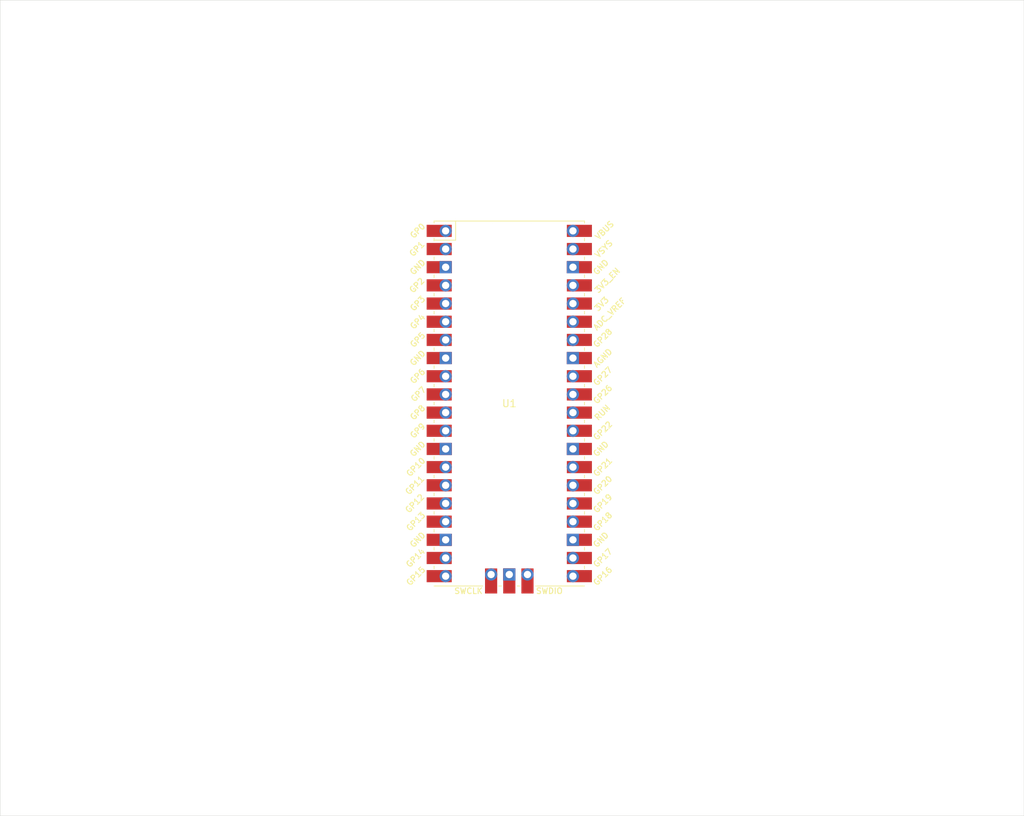
<source format=kicad_pcb>
(kicad_pcb (version 20240108) (generator "pcbnew") (generator_version "8.0")
  (layers (0 "F.Cu" signal) (31 "B.Cu" signal) (34 "B.Paste" user) (35 "F.Paste" user) (36 "B.SilkS" user "B.Silkscreen") (37 "F.SilkS" user "F.Silkscreen") (38 "B.Mask" user) (39 "F.Mask" user) (44 "Edge.Cuts" user))
  (net 0 "")
  (footprint "KiCad-RP-Pico:RPi_Pico_SMD_TH" (layer "F.Cu") (at 152.11 98.87)
    (property "Reference" "U1" (at 0 0 0) (layer "F.SilkS"))
    (property "Value" "Pico")
    (fp_line (start -10.5 -25.5) (end -10.5 -25.2) (stroke (width 0.12)) (layer "F.SilkS"))
    (fp_line (start -10.5 -25.5) (end 10.5 -25.5) (stroke (width 0.12)) (layer "F.SilkS"))
    (fp_line (start -10.5 -23.1) (end -10.5 -22.7) (stroke (width 0.12)) (layer "F.SilkS"))
    (fp_line (start -10.5 -22.833) (end -7.493 -22.833) (stroke (width 0.12)) (layer "F.SilkS"))
    (fp_line (start -10.5 -20.5) (end -10.5 -20.1) (stroke (width 0.12)) (layer "F.SilkS"))
    (fp_line (start -10.5 -18) (end -10.5 -17.6) (stroke (width 0.12)) (layer "F.SilkS"))
    (fp_line (start -10.5 -15.4) (end -10.5 -15) (stroke (width 0.12)) (layer "F.SilkS"))
    (fp_line (start -10.5 -12.9) (end -10.5 -12.5) (stroke (width 0.12)) (layer "F.SilkS"))
    (fp_line (start -10.5 -10.4) (end -10.5 -10) (stroke (width 0.12)) (layer "F.SilkS"))
    (fp_line (start -10.5 -7.8) (end -10.5 -7.4) (stroke (width 0.12)) (layer "F.SilkS"))
    (fp_line (start -10.5 -5.3) (end -10.5 -4.9) (stroke (width 0.12)) (layer "F.SilkS"))
    (fp_line (start -10.5 -2.7) (end -10.5 -2.3) (stroke (width 0.12)) (layer "F.SilkS"))
    (fp_line (start -10.5 -0.2) (end -10.5 0.2) (stroke (width 0.12)) (layer "F.SilkS"))
    (fp_line (start -10.5 2.3) (end -10.5 2.7) (stroke (width 0.12)) (layer "F.SilkS"))
    (fp_line (start -10.5 4.9) (end -10.5 5.3) (stroke (width 0.12)) (layer "F.SilkS"))
    (fp_line (start -10.5 7.4) (end -10.5 7.8) (stroke (width 0.12)) (layer "F.SilkS"))
    (fp_line (start -10.5 10) (end -10.5 10.4) (stroke (width 0.12)) (layer "F.SilkS"))
    (fp_line (start -10.5 12.5) (end -10.5 12.9) (stroke (width 0.12)) (layer "F.SilkS"))
    (fp_line (start -10.5 15.1) (end -10.5 15.5) (stroke (width 0.12)) (layer "F.SilkS"))
    (fp_line (start -10.5 17.6) (end -10.5 18) (stroke (width 0.12)) (layer "F.SilkS"))
    (fp_line (start -10.5 20.1) (end -10.5 20.5) (stroke (width 0.12)) (layer "F.SilkS"))
    (fp_line (start -10.5 22.7) (end -10.5 23.1) (stroke (width 0.12)) (layer "F.SilkS"))
    (fp_line (start -7.493 -22.833) (end -7.493 -25.5) (stroke (width 0.12)) (layer "F.SilkS"))
    (fp_line (start -3.7 25.5) (end -10.5 25.5) (stroke (width 0.12)) (layer "F.SilkS"))
    (fp_line (start -1.5 25.5) (end -1.1 25.5) (stroke (width 0.12)) (layer "F.SilkS"))
    (fp_line (start 1.1 25.5) (end 1.5 25.5) (stroke (width 0.12)) (layer "F.SilkS"))
    (fp_line (start 10.5 -25.5) (end 10.5 -25.2) (stroke (width 0.12)) (layer "F.SilkS"))
    (fp_line (start 10.5 -23.1) (end 10.5 -22.7) (stroke (width 0.12)) (layer "F.SilkS"))
    (fp_line (start 10.5 -20.5) (end 10.5 -20.1) (stroke (width 0.12)) (layer "F.SilkS"))
    (fp_line (start 10.5 -18) (end 10.5 -17.6) (stroke (width 0.12)) (layer "F.SilkS"))
    (fp_line (start 10.5 -15.4) (end 10.5 -15) (stroke (width 0.12)) (layer "F.SilkS"))
    (fp_line (start 10.5 -12.9) (end 10.5 -12.5) (stroke (width 0.12)) (layer "F.SilkS"))
    (fp_line (start 10.5 -10.4) (end 10.5 -10) (stroke (width 0.12)) (layer "F.SilkS"))
    (fp_line (start 10.5 -7.8) (end 10.5 -7.4) (stroke (width 0.12)) (layer "F.SilkS"))
    (fp_line (start 10.5 -5.3) (end 10.5 -4.9) (stroke (width 0.12)) (layer "F.SilkS"))
    (fp_line (start 10.5 -2.7) (end 10.5 -2.3) (stroke (width 0.12)) (layer "F.SilkS"))
    (fp_line (start 10.5 -0.2) (end 10.5 0.2) (stroke (width 0.12)) (layer "F.SilkS"))
    (fp_line (start 10.5 2.3) (end 10.5 2.7) (stroke (width 0.12)) (layer "F.SilkS"))
    (fp_line (start 10.5 4.9) (end 10.5 5.3) (stroke (width 0.12)) (layer "F.SilkS"))
    (fp_line (start 10.5 7.4) (end 10.5 7.8) (stroke (width 0.12)) (layer "F.SilkS"))
    (fp_line (start 10.5 10) (end 10.5 10.4) (stroke (width 0.12)) (layer "F.SilkS"))
    (fp_line (start 10.5 12.5) (end 10.5 12.9) (stroke (width 0.12)) (layer "F.SilkS"))
    (fp_line (start 10.5 15.1) (end 10.5 15.5) (stroke (width 0.12)) (layer "F.SilkS"))
    (fp_line (start 10.5 17.6) (end 10.5 18) (stroke (width 0.12)) (layer "F.SilkS"))
    (fp_line (start 10.5 20.1) (end 10.5 20.5) (stroke (width 0.12)) (layer "F.SilkS"))
    (fp_line (start 10.5 22.7) (end 10.5 23.1) (stroke (width 0.12)) (layer "F.SilkS"))
    (fp_line (start 10.5 25.5) (end 3.7 25.5) (stroke (width 0.12)) (layer "F.SilkS"))
    (fp_text user "GP15" (at -13.054 24.13 45) (layer "F.SilkS") (effects (font (size 0.8 0.8))))
    (fp_text user "GND" (at -12.8 -6.35 45) (layer "F.SilkS") (effects (font (size 0.8 0.8))))
    (fp_text user "GP3" (at -12.8 -13.97 45) (layer "F.SilkS") (effects (font (size 0.8 0.8))))
    (fp_text user "3V3" (at 12.9 -13.9 45) (layer "F.SilkS") (effects (font (size 0.8 0.8))))
    (fp_text user "GP13" (at -13.054 16.51 45) (layer "F.SilkS") (effects (font (size 0.8 0.8))))
    (fp_text user "RUN" (at 13 1.27 45) (layer "F.SilkS") (effects (font (size 0.8 0.8))))
    (fp_text user "GP0" (at -12.8 -24.13 45) (layer "F.SilkS") (effects (font (size 0.8 0.8))))
    (fp_text user "GND" (at -12.8 -19.05 45) (layer "F.SilkS") (effects (font (size 0.8 0.8))))
    (fp_text user "GP17" (at 13.054 21.59 45) (layer "F.SilkS") (effects (font (size 0.8 0.8))))
    (fp_text user "GND" (at 12.8 19.05 45) (layer "F.SilkS") (effects (font (size 0.8 0.8))))
    (fp_text user "AGND" (at 13.054 -6.35 45) (layer "F.SilkS") (effects (font (size 0.8 0.8))))
    (fp_text user "GP4" (at -12.8 -11.43 45) (layer "F.SilkS") (effects (font (size 0.8 0.8))))
    (fp_text user "GP26" (at 13.054 -1.27 45) (layer "F.SilkS") (effects (font (size 0.8 0.8))))
    (fp_text user "GP22" (at 13.054 3.81 45) (layer "F.SilkS") (effects (font (size 0.8 0.8))))
    (fp_text user "GP19" (at 13.054 13.97 45) (layer "F.SilkS") (effects (font (size 0.8 0.8))))
    (fp_text user "GP12" (at -13.2 13.97 45) (layer "F.SilkS") (effects (font (size 0.8 0.8))))
    (fp_text user "VSYS" (at 13.2 -21.59 45) (layer "F.SilkS") (effects (font (size 0.8 0.8))))
    (fp_text user "SWDIO" (at 5.6 26.2 0) (layer "F.SilkS") (effects (font (size 0.8 0.8))))
    (fp_text user "GP2" (at -12.9 -16.51 45) (layer "F.SilkS") (effects (font (size 0.8 0.8))))
    (fp_text user "GND" (at 12.8 6.35 45) (layer "F.SilkS") (effects (font (size 0.8 0.8))))
    (fp_text user "GP14" (at -13.1 21.59 45) (layer "F.SilkS") (effects (font (size 0.8 0.8))))
    (fp_text user "GP21" (at 13.054 8.9 45) (layer "F.SilkS") (effects (font (size 0.8 0.8))))
    (fp_text user "GP11" (at -13.2 11.43 45) (layer "F.SilkS") (effects (font (size 0.8 0.8))))
    (fp_text user "SWCLK" (at -5.7 26.2 0) (layer "F.SilkS") (effects (font (size 0.8 0.8))))
    (fp_text user "3V3_EN" (at 13.7 -17.2 45) (layer "F.SilkS") (effects (font (size 0.8 0.8))))
    (fp_text user "GP8" (at -12.8 1.27 45) (layer "F.SilkS") (effects (font (size 0.8 0.8))))
    (fp_text user "GP28" (at 13.054 -9.144 45) (layer "F.SilkS") (effects (font (size 0.8 0.8))))
    (fp_text user "GP5" (at -12.8 -8.89 45) (layer "F.SilkS") (effects (font (size 0.8 0.8))))
    (fp_text user "GP10" (at -13.054 8.89 45) (layer "F.SilkS") (effects (font (size 0.8 0.8))))
    (fp_text user "GP9" (at -12.8 3.81 45) (layer "F.SilkS") (effects (font (size 0.8 0.8))))
    (fp_text user "GP27" (at 13.054 -3.8 45) (layer "F.SilkS") (effects (font (size 0.8 0.8))))
    (fp_text user "GND" (at 12.8 -19.05 45) (layer "F.SilkS") (effects (font (size 0.8 0.8))))
    (fp_text user "GP18" (at 13.054 16.51 45) (layer "F.SilkS") (effects (font (size 0.8 0.8))))
    (fp_text user "GP1" (at -12.9 -21.6 45) (layer "F.SilkS") (effects (font (size 0.8 0.8))))
    (fp_text user "VBUS" (at 13.3 -24.2 45) (layer "F.SilkS") (effects (font (size 0.8 0.8))))
    (fp_text user "GND" (at -12.8 6.35 45) (layer "F.SilkS") (effects (font (size 0.8 0.8))))
    (fp_text user "GP7" (at -12.7 -1.3 45) (layer "F.SilkS") (effects (font (size 0.8 0.8))))
    (fp_text user "GP16" (at 13.054 24.13 45) (layer "F.SilkS") (effects (font (size 0.8 0.8))))
    (fp_text user "GP6" (at -12.8 -3.81 45) (layer "F.SilkS") (effects (font (size 0.8 0.8))))
    (fp_text user "ADC_VREF" (at 14 -12.5 45) (layer "F.SilkS") (effects (font (size 0.8 0.8))))
    (fp_text user "GND" (at -12.8 19.05 45) (layer "F.SilkS") (effects (font (size 0.8 0.8))))
    (fp_text user "GP20" (at 13.054 11.43 45) (layer "F.SilkS") (effects (font (size 0.8 0.8))))
    (pad "" np_thru_hole oval (at -2.725 -24) (size 1.8 1.8) (drill 1.8) (layers "*.Cu" "*.Mask"))
    (pad "" np_thru_hole oval (at -2.425 -20.97) (size 1.5 1.5) (drill 1.5) (layers "*.Cu" "*.Mask"))
    (pad "" np_thru_hole oval (at 2.425 -20.97) (size 1.5 1.5) (drill 1.5) (layers "*.Cu" "*.Mask"))
    (pad "" np_thru_hole oval (at 2.725 -24) (size 1.8 1.8) (drill 1.8) (layers "*.Cu" "*.Mask"))
    (pad "1" thru_hole oval (at -8.89 -24.13) (size 1.7 1.7) (drill 1.02) (layers "*.Cu" "*.Mask"))
    (pad "1" smd rect (at -8.89 -24.13) (size 3.5 1.7) (drill (offset -0.9 0)) (layers "F.Cu" "F.Mask"))
    (pad "2" thru_hole oval (at -8.89 -21.59) (size 1.7 1.7) (drill 1.02) (layers "*.Cu" "*.Mask"))
    (pad "2" smd rect (at -8.89 -21.59) (size 3.5 1.7) (drill (offset -0.9 0)) (layers "F.Cu" "F.Mask"))
    (pad "3" thru_hole rect (at -8.89 -19.05) (size 1.7 1.7) (drill 1.02) (layers "*.Cu" "*.Mask"))
    (pad "3" smd rect (at -8.89 -19.05) (size 3.5 1.7) (drill (offset -0.9 0)) (layers "F.Cu" "F.Mask"))
    (pad "4" thru_hole oval (at -8.89 -16.51) (size 1.7 1.7) (drill 1.02) (layers "*.Cu" "*.Mask"))
    (pad "4" smd rect (at -8.89 -16.51) (size 3.5 1.7) (drill (offset -0.9 0)) (layers "F.Cu" "F.Mask"))
    (pad "5" thru_hole oval (at -8.89 -13.97) (size 1.7 1.7) (drill 1.02) (layers "*.Cu" "*.Mask"))
    (pad "5" smd rect (at -8.89 -13.97) (size 3.5 1.7) (drill (offset -0.9 0)) (layers "F.Cu" "F.Mask"))
    (pad "6" thru_hole oval (at -8.89 -11.43) (size 1.7 1.7) (drill 1.02) (layers "*.Cu" "*.Mask"))
    (pad "6" smd rect (at -8.89 -11.43) (size 3.5 1.7) (drill (offset -0.9 0)) (layers "F.Cu" "F.Mask"))
    (pad "7" thru_hole oval (at -8.89 -8.89) (size 1.7 1.7) (drill 1.02) (layers "*.Cu" "*.Mask"))
    (pad "7" smd rect (at -8.89 -8.89) (size 3.5 1.7) (drill (offset -0.9 0)) (layers "F.Cu" "F.Mask"))
    (pad "8" thru_hole rect (at -8.89 -6.35) (size 1.7 1.7) (drill 1.02) (layers "*.Cu" "*.Mask"))
    (pad "8" smd rect (at -8.89 -6.35) (size 3.5 1.7) (drill (offset -0.9 0)) (layers "F.Cu" "F.Mask"))
    (pad "9" thru_hole oval (at -8.89 -3.81) (size 1.7 1.7) (drill 1.02) (layers "*.Cu" "*.Mask"))
    (pad "9" smd rect (at -8.89 -3.81) (size 3.5 1.7) (drill (offset -0.9 0)) (layers "F.Cu" "F.Mask"))
    (pad "10" thru_hole oval (at -8.89 -1.27) (size 1.7 1.7) (drill 1.02) (layers "*.Cu" "*.Mask"))
    (pad "10" smd rect (at -8.89 -1.27) (size 3.5 1.7) (drill (offset -0.9 0)) (layers "F.Cu" "F.Mask"))
    (pad "11" thru_hole oval (at -8.89 1.27) (size 1.7 1.7) (drill 1.02) (layers "*.Cu" "*.Mask"))
    (pad "11" smd rect (at -8.89 1.27) (size 3.5 1.7) (drill (offset -0.9 0)) (layers "F.Cu" "F.Mask"))
    (pad "12" thru_hole oval (at -8.89 3.81) (size 1.7 1.7) (drill 1.02) (layers "*.Cu" "*.Mask"))
    (pad "12" smd rect (at -8.89 3.81) (size 3.5 1.7) (drill (offset -0.9 0)) (layers "F.Cu" "F.Mask"))
    (pad "13" thru_hole rect (at -8.89 6.35) (size 1.7 1.7) (drill 1.02) (layers "*.Cu" "*.Mask"))
    (pad "13" smd rect (at -8.89 6.35) (size 3.5 1.7) (drill (offset -0.9 0)) (layers "F.Cu" "F.Mask"))
    (pad "14" thru_hole oval (at -8.89 8.89) (size 1.7 1.7) (drill 1.02) (layers "*.Cu" "*.Mask"))
    (pad "14" smd rect (at -8.89 8.89) (size 3.5 1.7) (drill (offset -0.9 0)) (layers "F.Cu" "F.Mask"))
    (pad "15" thru_hole oval (at -8.89 11.43) (size 1.7 1.7) (drill 1.02) (layers "*.Cu" "*.Mask"))
    (pad "15" smd rect (at -8.89 11.43) (size 3.5 1.7) (drill (offset -0.9 0)) (layers "F.Cu" "F.Mask"))
    (pad "16" thru_hole oval (at -8.89 13.97) (size 1.7 1.7) (drill 1.02) (layers "*.Cu" "*.Mask"))
    (pad "16" smd rect (at -8.89 13.97) (size 3.5 1.7) (drill (offset -0.9 0)) (layers "F.Cu" "F.Mask"))
    (pad "17" thru_hole oval (at -8.89 16.51) (size 1.7 1.7) (drill 1.02) (layers "*.Cu" "*.Mask"))
    (pad "17" smd rect (at -8.89 16.51) (size 3.5 1.7) (drill (offset -0.9 0)) (layers "F.Cu" "F.Mask"))
    (pad "18" thru_hole rect (at -8.89 19.05) (size 1.7 1.7) (drill 1.02) (layers "*.Cu" "*.Mask"))
    (pad "18" smd rect (at -8.89 19.05) (size 3.5 1.7) (drill (offset -0.9 0)) (layers "F.Cu" "F.Mask"))
    (pad "19" thru_hole oval (at -8.89 21.59) (size 1.7 1.7) (drill 1.02) (layers "*.Cu" "*.Mask"))
    (pad "19" smd rect (at -8.89 21.59) (size 3.5 1.7) (drill (offset -0.9 0)) (layers "F.Cu" "F.Mask"))
    (pad "20" thru_hole oval (at -8.89 24.13) (size 1.7 1.7) (drill 1.02) (layers "*.Cu" "*.Mask"))
    (pad "20" smd rect (at -8.89 24.13) (size 3.5 1.7) (drill (offset -0.9 0)) (layers "F.Cu" "F.Mask"))
    (pad "21" thru_hole oval (at 8.89 24.13) (size 1.7 1.7) (drill 1.02) (layers "*.Cu" "*.Mask"))
    (pad "21" smd rect (at 8.89 24.13) (size 3.5 1.7) (drill (offset 0.9 0)) (layers "F.Cu" "F.Mask"))
    (pad "22" thru_hole oval (at 8.89 21.59) (size 1.7 1.7) (drill 1.02) (layers "*.Cu" "*.Mask"))
    (pad "22" smd rect (at 8.89 21.59) (size 3.5 1.7) (drill (offset 0.9 0)) (layers "F.Cu" "F.Mask"))
    (pad "23" thru_hole rect (at 8.89 19.05) (size 1.7 1.7) (drill 1.02) (layers "*.Cu" "*.Mask"))
    (pad "23" smd rect (at 8.89 19.05) (size 3.5 1.7) (drill (offset 0.9 0)) (layers "F.Cu" "F.Mask"))
    (pad "24" thru_hole oval (at 8.89 16.51) (size 1.7 1.7) (drill 1.02) (layers "*.Cu" "*.Mask"))
    (pad "24" smd rect (at 8.89 16.51) (size 3.5 1.7) (drill (offset 0.9 0)) (layers "F.Cu" "F.Mask"))
    (pad "25" thru_hole oval (at 8.89 13.97) (size 1.7 1.7) (drill 1.02) (layers "*.Cu" "*.Mask"))
    (pad "25" smd rect (at 8.89 13.97) (size 3.5 1.7) (drill (offset 0.9 0)) (layers "F.Cu" "F.Mask"))
    (pad "26" thru_hole oval (at 8.89 11.43) (size 1.7 1.7) (drill 1.02) (layers "*.Cu" "*.Mask"))
    (pad "26" smd rect (at 8.89 11.43) (size 3.5 1.7) (drill (offset 0.9 0)) (layers "F.Cu" "F.Mask"))
    (pad "27" thru_hole oval (at 8.89 8.89) (size 1.7 1.7) (drill 1.02) (layers "*.Cu" "*.Mask"))
    (pad "27" smd rect (at 8.89 8.89) (size 3.5 1.7) (drill (offset 0.9 0)) (layers "F.Cu" "F.Mask"))
    (pad "28" thru_hole rect (at 8.89 6.35) (size 1.7 1.7) (drill 1.02) (layers "*.Cu" "*.Mask"))
    (pad "28" smd rect (at 8.89 6.35) (size 3.5 1.7) (drill (offset 0.9 0)) (layers "F.Cu" "F.Mask"))
    (pad "29" thru_hole oval (at 8.89 3.81) (size 1.7 1.7) (drill 1.02) (layers "*.Cu" "*.Mask"))
    (pad "29" smd rect (at 8.89 3.81) (size 3.5 1.7) (drill (offset 0.9 0)) (layers "F.Cu" "F.Mask"))
    (pad "30" thru_hole oval (at 8.89 1.27) (size 1.7 1.7) (drill 1.02) (layers "*.Cu" "*.Mask"))
    (pad "30" smd rect (at 8.89 1.27) (size 3.5 1.7) (drill (offset 0.9 0)) (layers "F.Cu" "F.Mask"))
    (pad "31" thru_hole oval (at 8.89 -1.27) (size 1.7 1.7) (drill 1.02) (layers "*.Cu" "*.Mask"))
    (pad "31" smd rect (at 8.89 -1.27) (size 3.5 1.7) (drill (offset 0.9 0)) (layers "F.Cu" "F.Mask"))
    (pad "32" thru_hole oval (at 8.89 -3.81) (size 1.7 1.7) (drill 1.02) (layers "*.Cu" "*.Mask"))
    (pad "32" smd rect (at 8.89 -3.81) (size 3.5 1.7) (drill (offset 0.9 0)) (layers "F.Cu" "F.Mask"))
    (pad "33" thru_hole rect (at 8.89 -6.35) (size 1.7 1.7) (drill 1.02) (layers "*.Cu" "*.Mask"))
    (pad "33" smd rect (at 8.89 -6.35) (size 3.5 1.7) (drill (offset 0.9 0)) (layers "F.Cu" "F.Mask"))
    (pad "34" thru_hole oval (at 8.89 -8.89) (size 1.7 1.7) (drill 1.02) (layers "*.Cu" "*.Mask"))
    (pad "34" smd rect (at 8.89 -8.89) (size 3.5 1.7) (drill (offset 0.9 0)) (layers "F.Cu" "F.Mask"))
    (pad "35" thru_hole oval (at 8.89 -11.43) (size 1.7 1.7) (drill 1.02) (layers "*.Cu" "*.Mask"))
    (pad "35" smd rect (at 8.89 -11.43) (size 3.5 1.7) (drill (offset 0.9 0)) (layers "F.Cu" "F.Mask"))
    (pad "36" thru_hole oval (at 8.89 -13.97) (size 1.7 1.7) (drill 1.02) (layers "*.Cu" "*.Mask"))
    (pad "36" smd rect (at 8.89 -13.97) (size 3.5 1.7) (drill (offset 0.9 0)) (layers "F.Cu" "F.Mask"))
    (pad "37" thru_hole oval (at 8.89 -16.51) (size 1.7 1.7) (drill 1.02) (layers "*.Cu" "*.Mask"))
    (pad "37" smd rect (at 8.89 -16.51) (size 3.5 1.7) (drill (offset 0.9 0)) (layers "F.Cu" "F.Mask"))
    (pad "38" thru_hole rect (at 8.89 -19.05) (size 1.7 1.7) (drill 1.02) (layers "*.Cu" "*.Mask"))
    (pad "38" smd rect (at 8.89 -19.05) (size 3.5 1.7) (drill (offset 0.9 0)) (layers "F.Cu" "F.Mask"))
    (pad "39" thru_hole oval (at 8.89 -21.59) (size 1.7 1.7) (drill 1.02) (layers "*.Cu" "*.Mask"))
    (pad "39" smd rect (at 8.89 -21.59) (size 3.5 1.7) (drill (offset 0.9 0)) (layers "F.Cu" "F.Mask"))
    (pad "40" thru_hole oval (at 8.89 -24.13) (size 1.7 1.7) (drill 1.02) (layers "*.Cu" "*.Mask"))
    (pad "40" smd rect (at 8.89 -24.13) (size 3.5 1.7) (drill (offset 0.9 0)) (layers "F.Cu" "F.Mask"))
    (pad "41" thru_hole oval (at -2.54 23.9) (size 1.7 1.7) (drill 1.02) (layers "*.Cu" "*.Mask"))
    (pad "41" smd rect (at -2.54 23.9 90) (size 3.5 1.7) (drill (offset -0.9 0)) (layers "F.Cu" "F.Mask"))
    (pad "42" thru_hole rect (at 0 23.9) (size 1.7 1.7) (drill 1.02) (layers "*.Cu" "*.Mask"))
    (pad "42" smd rect (at 0 23.9 90) (size 3.5 1.7) (drill (offset -0.9 0)) (layers "F.Cu" "F.Mask"))
    (pad "43" thru_hole oval (at 2.54 23.9) (size 1.7 1.7) (drill 1.02) (layers "*.Cu" "*.Mask"))
    (pad "43" smd rect (at 2.54 23.9 90) (size 3.5 1.7) (drill (offset -0.9 0)) (layers "F.Cu" "F.Mask"))
  )
  (gr_rect (start 81 42.5) (end 224 156.5) (stroke (width 0.05)) (fill none) (layer "Edge.Cuts"))
)
</source>
